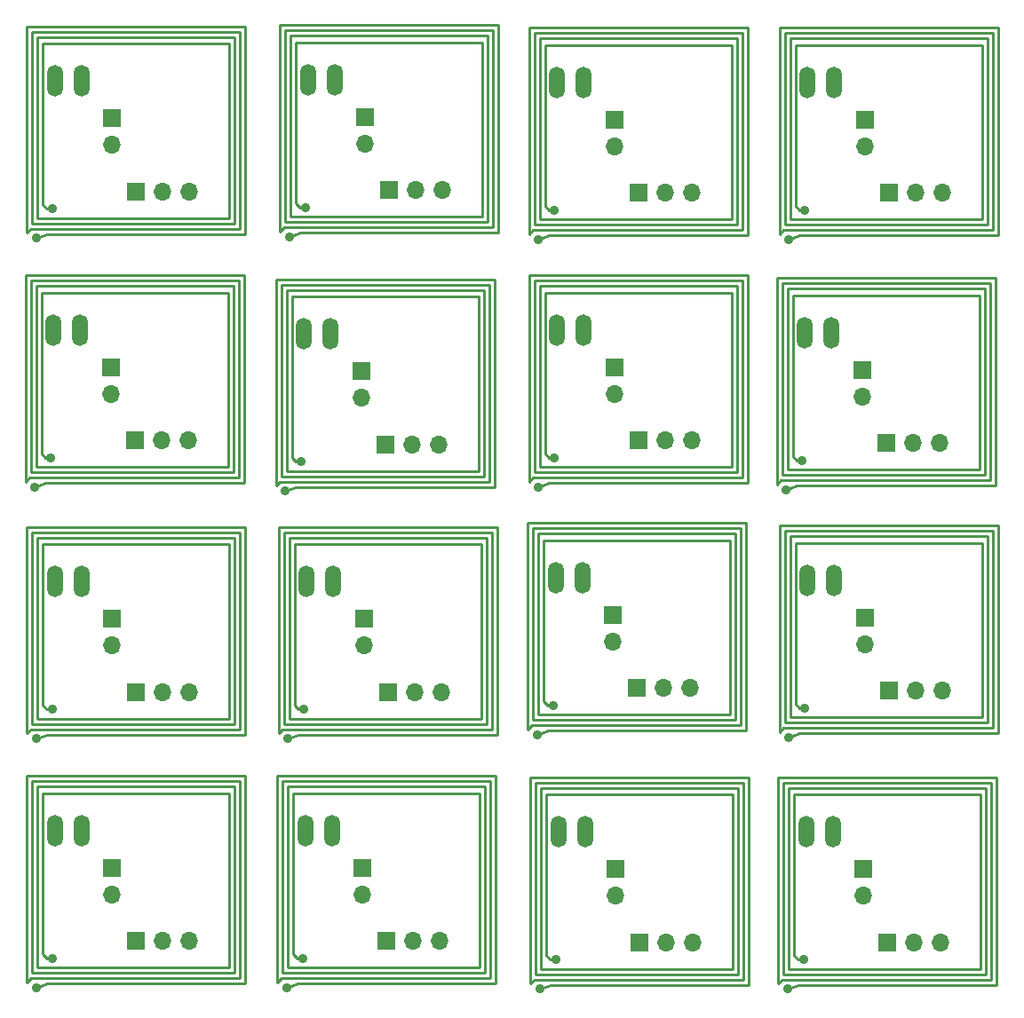
<source format=gbl>
G04 #@! TF.FileFunction,Copper,L2,Bot,Signal*
%FSLAX46Y46*%
G04 Gerber Fmt 4.6, Leading zero omitted, Abs format (unit mm)*
G04 Created by KiCad (PCBNEW 4.0.7) date Fri May 25 13:22:47 2018*
%MOMM*%
%LPD*%
G01*
G04 APERTURE LIST*
%ADD10C,0.150000*%
%ADD11O,1.510000X3.010000*%
%ADD12R,1.700000X1.700000*%
%ADD13O,1.700000X1.700000*%
%ADD14C,0.889000*%
%ADD15C,0.254000*%
G04 APERTURE END LIST*
D10*
D11*
X86487000Y-110363000D03*
X83947000Y-110363000D03*
D12*
X89408000Y-113919000D03*
D13*
X89408000Y-116459000D03*
D12*
X91694000Y-120904000D03*
D13*
X94234000Y-120904000D03*
X96774000Y-120904000D03*
D11*
X62357000Y-110236000D03*
X59817000Y-110236000D03*
D12*
X65278000Y-113792000D03*
D13*
X65278000Y-116332000D03*
D12*
X67564000Y-120777000D03*
D13*
X70104000Y-120777000D03*
X72644000Y-120777000D03*
D11*
X38481000Y-110236000D03*
X35941000Y-110236000D03*
D12*
X41402000Y-113792000D03*
D13*
X41402000Y-116332000D03*
D12*
X43688000Y-120777000D03*
D13*
X46228000Y-120777000D03*
X48768000Y-120777000D03*
D11*
X110236000Y-86360000D03*
X107696000Y-86360000D03*
D12*
X113157000Y-89916000D03*
D13*
X113157000Y-92456000D03*
D12*
X115443000Y-96901000D03*
D13*
X117983000Y-96901000D03*
X120523000Y-96901000D03*
D11*
X86233000Y-86106000D03*
X83693000Y-86106000D03*
D12*
X89154000Y-89662000D03*
D13*
X89154000Y-92202000D03*
D12*
X91440000Y-96647000D03*
D13*
X93980000Y-96647000D03*
X96520000Y-96647000D03*
D11*
X62484000Y-86487000D03*
X59944000Y-86487000D03*
D12*
X65405000Y-90043000D03*
D13*
X65405000Y-92583000D03*
D12*
X67691000Y-97028000D03*
D13*
X70231000Y-97028000D03*
X72771000Y-97028000D03*
D11*
X38481000Y-86487000D03*
X35941000Y-86487000D03*
D12*
X41402000Y-90043000D03*
D13*
X41402000Y-92583000D03*
D12*
X43688000Y-97028000D03*
D13*
X46228000Y-97028000D03*
X48768000Y-97028000D03*
D12*
X115316000Y-120904000D03*
D13*
X117856000Y-120904000D03*
X120396000Y-120904000D03*
D12*
X113030000Y-113919000D03*
D13*
X113030000Y-116459000D03*
D11*
X110109000Y-110363000D03*
X107569000Y-110363000D03*
D12*
X91567000Y-73025000D03*
D13*
X94107000Y-73025000D03*
X96647000Y-73025000D03*
D12*
X89281000Y-66040000D03*
D13*
X89281000Y-68580000D03*
D11*
X86360000Y-62484000D03*
X83820000Y-62484000D03*
D12*
X67437000Y-73406000D03*
D13*
X69977000Y-73406000D03*
X72517000Y-73406000D03*
D12*
X65151000Y-66421000D03*
D13*
X65151000Y-68961000D03*
D11*
X62230000Y-62865000D03*
X59690000Y-62865000D03*
D12*
X43561000Y-73025000D03*
D13*
X46101000Y-73025000D03*
X48641000Y-73025000D03*
D12*
X41275000Y-66040000D03*
D13*
X41275000Y-68580000D03*
D11*
X38354000Y-62484000D03*
X35814000Y-62484000D03*
D12*
X115443000Y-49403000D03*
D13*
X117983000Y-49403000D03*
X120523000Y-49403000D03*
D12*
X113157000Y-42418000D03*
D13*
X113157000Y-44958000D03*
D11*
X110236000Y-38862000D03*
X107696000Y-38862000D03*
D12*
X91567000Y-49403000D03*
D13*
X94107000Y-49403000D03*
X96647000Y-49403000D03*
D12*
X89281000Y-42418000D03*
D13*
X89281000Y-44958000D03*
D11*
X86360000Y-38862000D03*
X83820000Y-38862000D03*
X109982000Y-62738000D03*
X107442000Y-62738000D03*
D12*
X112903000Y-66294000D03*
D13*
X112903000Y-68834000D03*
D12*
X115189000Y-73279000D03*
D13*
X117729000Y-73279000D03*
X120269000Y-73279000D03*
D12*
X67818000Y-49149000D03*
D13*
X70358000Y-49149000D03*
X72898000Y-49149000D03*
D12*
X65532000Y-42164000D03*
D13*
X65532000Y-44704000D03*
D11*
X62611000Y-38608000D03*
X60071000Y-38608000D03*
X38481000Y-38735000D03*
X35941000Y-38735000D03*
D12*
X41402000Y-42291000D03*
D13*
X41402000Y-44831000D03*
D12*
X43688000Y-49276000D03*
D13*
X46228000Y-49276000D03*
X48768000Y-49276000D03*
D14*
X82169000Y-125349000D03*
X83693000Y-122555000D03*
X58039000Y-125222000D03*
X59563000Y-122428000D03*
X34163000Y-125222000D03*
X35687000Y-122428000D03*
X105918000Y-101346000D03*
X107442000Y-98552000D03*
X81915000Y-101092000D03*
X83439000Y-98298000D03*
X58166000Y-101473000D03*
X59690000Y-98679000D03*
X34163000Y-101473000D03*
X35687000Y-98679000D03*
X107315000Y-122555000D03*
X105791000Y-125349000D03*
X83566000Y-74676000D03*
X82042000Y-77470000D03*
X59436000Y-75057000D03*
X57912000Y-77851000D03*
X35560000Y-74676000D03*
X34036000Y-77470000D03*
X107442000Y-51054000D03*
X105918000Y-53848000D03*
X83566000Y-51054000D03*
X82042000Y-53848000D03*
X105664000Y-77724000D03*
X107188000Y-74930000D03*
X59817000Y-50800000D03*
X58293000Y-53594000D03*
X34163000Y-53721000D03*
X35687000Y-50927000D03*
D15*
X82169000Y-125349000D02*
X83185000Y-124968000D01*
X83185000Y-124968000D02*
X102108000Y-124968000D01*
X102108000Y-124968000D02*
X102108000Y-124841000D01*
X102108000Y-124841000D02*
X102108000Y-105156000D01*
X102108000Y-105156000D02*
X81280000Y-105156000D01*
X81280000Y-105156000D02*
X81280000Y-124841000D01*
X81280000Y-124841000D02*
X81661000Y-124460000D01*
X81661000Y-124460000D02*
X101600000Y-124460000D01*
X101600000Y-124460000D02*
X101600000Y-105664000D01*
X101600000Y-105664000D02*
X81788000Y-105664000D01*
X81788000Y-105664000D02*
X81788000Y-123952000D01*
X81788000Y-123952000D02*
X101092000Y-123952000D01*
X101092000Y-123952000D02*
X101092000Y-106172000D01*
X101092000Y-106172000D02*
X82296000Y-106172000D01*
X82296000Y-106172000D02*
X82296000Y-123444000D01*
X82296000Y-123444000D02*
X100584000Y-123444000D01*
X100584000Y-123444000D02*
X100584000Y-106807000D01*
X100584000Y-106807000D02*
X82804000Y-106807000D01*
X82804000Y-106807000D02*
X82804000Y-122174000D01*
X82804000Y-122174000D02*
X83185000Y-122555000D01*
X83185000Y-122555000D02*
X83693000Y-122555000D01*
X58039000Y-125222000D02*
X59055000Y-124841000D01*
X59055000Y-124841000D02*
X77978000Y-124841000D01*
X77978000Y-124841000D02*
X77978000Y-124714000D01*
X77978000Y-124714000D02*
X77978000Y-105029000D01*
X77978000Y-105029000D02*
X57150000Y-105029000D01*
X57150000Y-105029000D02*
X57150000Y-124714000D01*
X57150000Y-124714000D02*
X57531000Y-124333000D01*
X57531000Y-124333000D02*
X77470000Y-124333000D01*
X77470000Y-124333000D02*
X77470000Y-105537000D01*
X77470000Y-105537000D02*
X57658000Y-105537000D01*
X57658000Y-105537000D02*
X57658000Y-123825000D01*
X57658000Y-123825000D02*
X76962000Y-123825000D01*
X76962000Y-123825000D02*
X76962000Y-106045000D01*
X76962000Y-106045000D02*
X58166000Y-106045000D01*
X58166000Y-106045000D02*
X58166000Y-123317000D01*
X58166000Y-123317000D02*
X76454000Y-123317000D01*
X76454000Y-123317000D02*
X76454000Y-106680000D01*
X76454000Y-106680000D02*
X58674000Y-106680000D01*
X58674000Y-106680000D02*
X58674000Y-122047000D01*
X58674000Y-122047000D02*
X59055000Y-122428000D01*
X59055000Y-122428000D02*
X59563000Y-122428000D01*
X34163000Y-125222000D02*
X35179000Y-124841000D01*
X35179000Y-124841000D02*
X54102000Y-124841000D01*
X54102000Y-124841000D02*
X54102000Y-124714000D01*
X54102000Y-124714000D02*
X54102000Y-105029000D01*
X54102000Y-105029000D02*
X33274000Y-105029000D01*
X33274000Y-105029000D02*
X33274000Y-124714000D01*
X33274000Y-124714000D02*
X33655000Y-124333000D01*
X33655000Y-124333000D02*
X53594000Y-124333000D01*
X53594000Y-124333000D02*
X53594000Y-105537000D01*
X53594000Y-105537000D02*
X33782000Y-105537000D01*
X33782000Y-105537000D02*
X33782000Y-123825000D01*
X33782000Y-123825000D02*
X53086000Y-123825000D01*
X53086000Y-123825000D02*
X53086000Y-106045000D01*
X53086000Y-106045000D02*
X34290000Y-106045000D01*
X34290000Y-106045000D02*
X34290000Y-123317000D01*
X34290000Y-123317000D02*
X52578000Y-123317000D01*
X52578000Y-123317000D02*
X52578000Y-106680000D01*
X52578000Y-106680000D02*
X34798000Y-106680000D01*
X34798000Y-106680000D02*
X34798000Y-122047000D01*
X34798000Y-122047000D02*
X35179000Y-122428000D01*
X35179000Y-122428000D02*
X35687000Y-122428000D01*
X105918000Y-101346000D02*
X106934000Y-100965000D01*
X106934000Y-100965000D02*
X125857000Y-100965000D01*
X125857000Y-100965000D02*
X125857000Y-100838000D01*
X125857000Y-100838000D02*
X125857000Y-81153000D01*
X125857000Y-81153000D02*
X105029000Y-81153000D01*
X105029000Y-81153000D02*
X105029000Y-100838000D01*
X105029000Y-100838000D02*
X105410000Y-100457000D01*
X105410000Y-100457000D02*
X125349000Y-100457000D01*
X125349000Y-100457000D02*
X125349000Y-81661000D01*
X125349000Y-81661000D02*
X105537000Y-81661000D01*
X105537000Y-81661000D02*
X105537000Y-99949000D01*
X105537000Y-99949000D02*
X124841000Y-99949000D01*
X124841000Y-99949000D02*
X124841000Y-82169000D01*
X124841000Y-82169000D02*
X106045000Y-82169000D01*
X106045000Y-82169000D02*
X106045000Y-99441000D01*
X106045000Y-99441000D02*
X124333000Y-99441000D01*
X124333000Y-99441000D02*
X124333000Y-82804000D01*
X124333000Y-82804000D02*
X106553000Y-82804000D01*
X106553000Y-82804000D02*
X106553000Y-98171000D01*
X106553000Y-98171000D02*
X106934000Y-98552000D01*
X106934000Y-98552000D02*
X107442000Y-98552000D01*
X81915000Y-101092000D02*
X82931000Y-100711000D01*
X82931000Y-100711000D02*
X101854000Y-100711000D01*
X101854000Y-100711000D02*
X101854000Y-100584000D01*
X101854000Y-100584000D02*
X101854000Y-80899000D01*
X101854000Y-80899000D02*
X81026000Y-80899000D01*
X81026000Y-80899000D02*
X81026000Y-100584000D01*
X81026000Y-100584000D02*
X81407000Y-100203000D01*
X81407000Y-100203000D02*
X101346000Y-100203000D01*
X101346000Y-100203000D02*
X101346000Y-81407000D01*
X101346000Y-81407000D02*
X81534000Y-81407000D01*
X81534000Y-81407000D02*
X81534000Y-99695000D01*
X81534000Y-99695000D02*
X100838000Y-99695000D01*
X100838000Y-99695000D02*
X100838000Y-81915000D01*
X100838000Y-81915000D02*
X82042000Y-81915000D01*
X82042000Y-81915000D02*
X82042000Y-99187000D01*
X82042000Y-99187000D02*
X100330000Y-99187000D01*
X100330000Y-99187000D02*
X100330000Y-82550000D01*
X100330000Y-82550000D02*
X82550000Y-82550000D01*
X82550000Y-82550000D02*
X82550000Y-97917000D01*
X82550000Y-97917000D02*
X82931000Y-98298000D01*
X82931000Y-98298000D02*
X83439000Y-98298000D01*
X58166000Y-101473000D02*
X59182000Y-101092000D01*
X59182000Y-101092000D02*
X78105000Y-101092000D01*
X78105000Y-101092000D02*
X78105000Y-100965000D01*
X78105000Y-100965000D02*
X78105000Y-81280000D01*
X78105000Y-81280000D02*
X57277000Y-81280000D01*
X57277000Y-81280000D02*
X57277000Y-100965000D01*
X57277000Y-100965000D02*
X57658000Y-100584000D01*
X57658000Y-100584000D02*
X77597000Y-100584000D01*
X77597000Y-100584000D02*
X77597000Y-81788000D01*
X77597000Y-81788000D02*
X57785000Y-81788000D01*
X57785000Y-81788000D02*
X57785000Y-100076000D01*
X57785000Y-100076000D02*
X77089000Y-100076000D01*
X77089000Y-100076000D02*
X77089000Y-82296000D01*
X77089000Y-82296000D02*
X58293000Y-82296000D01*
X58293000Y-82296000D02*
X58293000Y-99568000D01*
X58293000Y-99568000D02*
X76581000Y-99568000D01*
X76581000Y-99568000D02*
X76581000Y-82931000D01*
X76581000Y-82931000D02*
X58801000Y-82931000D01*
X58801000Y-82931000D02*
X58801000Y-98298000D01*
X58801000Y-98298000D02*
X59182000Y-98679000D01*
X59182000Y-98679000D02*
X59690000Y-98679000D01*
X34163000Y-101473000D02*
X35179000Y-101092000D01*
X35179000Y-101092000D02*
X54102000Y-101092000D01*
X54102000Y-101092000D02*
X54102000Y-100965000D01*
X54102000Y-100965000D02*
X54102000Y-81280000D01*
X54102000Y-81280000D02*
X33274000Y-81280000D01*
X33274000Y-81280000D02*
X33274000Y-100965000D01*
X33274000Y-100965000D02*
X33655000Y-100584000D01*
X33655000Y-100584000D02*
X53594000Y-100584000D01*
X53594000Y-100584000D02*
X53594000Y-81788000D01*
X53594000Y-81788000D02*
X33782000Y-81788000D01*
X33782000Y-81788000D02*
X33782000Y-100076000D01*
X33782000Y-100076000D02*
X53086000Y-100076000D01*
X53086000Y-100076000D02*
X53086000Y-82296000D01*
X53086000Y-82296000D02*
X34290000Y-82296000D01*
X34290000Y-82296000D02*
X34290000Y-99568000D01*
X34290000Y-99568000D02*
X52578000Y-99568000D01*
X52578000Y-99568000D02*
X52578000Y-82931000D01*
X52578000Y-82931000D02*
X34798000Y-82931000D01*
X34798000Y-82931000D02*
X34798000Y-98298000D01*
X34798000Y-98298000D02*
X35179000Y-98679000D01*
X35179000Y-98679000D02*
X35687000Y-98679000D01*
X106807000Y-122555000D02*
X107315000Y-122555000D01*
X106426000Y-122174000D02*
X106807000Y-122555000D01*
X106426000Y-106807000D02*
X106426000Y-122174000D01*
X124206000Y-106807000D02*
X106426000Y-106807000D01*
X124206000Y-123444000D02*
X124206000Y-106807000D01*
X105918000Y-123444000D02*
X124206000Y-123444000D01*
X105918000Y-106172000D02*
X105918000Y-123444000D01*
X124714000Y-106172000D02*
X105918000Y-106172000D01*
X124714000Y-123952000D02*
X124714000Y-106172000D01*
X105410000Y-123952000D02*
X124714000Y-123952000D01*
X105410000Y-105664000D02*
X105410000Y-123952000D01*
X125222000Y-105664000D02*
X105410000Y-105664000D01*
X125222000Y-124460000D02*
X125222000Y-105664000D01*
X105283000Y-124460000D02*
X125222000Y-124460000D01*
X104902000Y-124841000D02*
X105283000Y-124460000D01*
X104902000Y-105156000D02*
X104902000Y-124841000D01*
X125730000Y-105156000D02*
X104902000Y-105156000D01*
X125730000Y-124841000D02*
X125730000Y-105156000D01*
X125730000Y-124968000D02*
X125730000Y-124841000D01*
X106807000Y-124968000D02*
X125730000Y-124968000D01*
X105791000Y-125349000D02*
X106807000Y-124968000D01*
X83058000Y-74676000D02*
X83566000Y-74676000D01*
X82677000Y-74295000D02*
X83058000Y-74676000D01*
X82677000Y-58928000D02*
X82677000Y-74295000D01*
X100457000Y-58928000D02*
X82677000Y-58928000D01*
X100457000Y-75565000D02*
X100457000Y-58928000D01*
X82169000Y-75565000D02*
X100457000Y-75565000D01*
X82169000Y-58293000D02*
X82169000Y-75565000D01*
X100965000Y-58293000D02*
X82169000Y-58293000D01*
X100965000Y-76073000D02*
X100965000Y-58293000D01*
X81661000Y-76073000D02*
X100965000Y-76073000D01*
X81661000Y-57785000D02*
X81661000Y-76073000D01*
X101473000Y-57785000D02*
X81661000Y-57785000D01*
X101473000Y-76581000D02*
X101473000Y-57785000D01*
X81534000Y-76581000D02*
X101473000Y-76581000D01*
X81153000Y-76962000D02*
X81534000Y-76581000D01*
X81153000Y-57277000D02*
X81153000Y-76962000D01*
X101981000Y-57277000D02*
X81153000Y-57277000D01*
X101981000Y-76962000D02*
X101981000Y-57277000D01*
X101981000Y-77089000D02*
X101981000Y-76962000D01*
X83058000Y-77089000D02*
X101981000Y-77089000D01*
X82042000Y-77470000D02*
X83058000Y-77089000D01*
X58928000Y-75057000D02*
X59436000Y-75057000D01*
X58547000Y-74676000D02*
X58928000Y-75057000D01*
X58547000Y-59309000D02*
X58547000Y-74676000D01*
X76327000Y-59309000D02*
X58547000Y-59309000D01*
X76327000Y-75946000D02*
X76327000Y-59309000D01*
X58039000Y-75946000D02*
X76327000Y-75946000D01*
X58039000Y-58674000D02*
X58039000Y-75946000D01*
X76835000Y-58674000D02*
X58039000Y-58674000D01*
X76835000Y-76454000D02*
X76835000Y-58674000D01*
X57531000Y-76454000D02*
X76835000Y-76454000D01*
X57531000Y-58166000D02*
X57531000Y-76454000D01*
X77343000Y-58166000D02*
X57531000Y-58166000D01*
X77343000Y-76962000D02*
X77343000Y-58166000D01*
X57404000Y-76962000D02*
X77343000Y-76962000D01*
X57023000Y-77343000D02*
X57404000Y-76962000D01*
X57023000Y-57658000D02*
X57023000Y-77343000D01*
X77851000Y-57658000D02*
X57023000Y-57658000D01*
X77851000Y-77343000D02*
X77851000Y-57658000D01*
X77851000Y-77470000D02*
X77851000Y-77343000D01*
X58928000Y-77470000D02*
X77851000Y-77470000D01*
X57912000Y-77851000D02*
X58928000Y-77470000D01*
X35052000Y-74676000D02*
X35560000Y-74676000D01*
X34671000Y-74295000D02*
X35052000Y-74676000D01*
X34671000Y-58928000D02*
X34671000Y-74295000D01*
X52451000Y-58928000D02*
X34671000Y-58928000D01*
X52451000Y-75565000D02*
X52451000Y-58928000D01*
X34163000Y-75565000D02*
X52451000Y-75565000D01*
X34163000Y-58293000D02*
X34163000Y-75565000D01*
X52959000Y-58293000D02*
X34163000Y-58293000D01*
X52959000Y-76073000D02*
X52959000Y-58293000D01*
X33655000Y-76073000D02*
X52959000Y-76073000D01*
X33655000Y-57785000D02*
X33655000Y-76073000D01*
X53467000Y-57785000D02*
X33655000Y-57785000D01*
X53467000Y-76581000D02*
X53467000Y-57785000D01*
X33528000Y-76581000D02*
X53467000Y-76581000D01*
X33147000Y-76962000D02*
X33528000Y-76581000D01*
X33147000Y-57277000D02*
X33147000Y-76962000D01*
X53975000Y-57277000D02*
X33147000Y-57277000D01*
X53975000Y-76962000D02*
X53975000Y-57277000D01*
X53975000Y-77089000D02*
X53975000Y-76962000D01*
X35052000Y-77089000D02*
X53975000Y-77089000D01*
X34036000Y-77470000D02*
X35052000Y-77089000D01*
X106934000Y-51054000D02*
X107442000Y-51054000D01*
X106553000Y-50673000D02*
X106934000Y-51054000D01*
X106553000Y-35306000D02*
X106553000Y-50673000D01*
X124333000Y-35306000D02*
X106553000Y-35306000D01*
X124333000Y-51943000D02*
X124333000Y-35306000D01*
X106045000Y-51943000D02*
X124333000Y-51943000D01*
X106045000Y-34671000D02*
X106045000Y-51943000D01*
X124841000Y-34671000D02*
X106045000Y-34671000D01*
X124841000Y-52451000D02*
X124841000Y-34671000D01*
X105537000Y-52451000D02*
X124841000Y-52451000D01*
X105537000Y-34163000D02*
X105537000Y-52451000D01*
X125349000Y-34163000D02*
X105537000Y-34163000D01*
X125349000Y-52959000D02*
X125349000Y-34163000D01*
X105410000Y-52959000D02*
X125349000Y-52959000D01*
X105029000Y-53340000D02*
X105410000Y-52959000D01*
X105029000Y-33655000D02*
X105029000Y-53340000D01*
X125857000Y-33655000D02*
X105029000Y-33655000D01*
X125857000Y-53340000D02*
X125857000Y-33655000D01*
X125857000Y-53467000D02*
X125857000Y-53340000D01*
X106934000Y-53467000D02*
X125857000Y-53467000D01*
X105918000Y-53848000D02*
X106934000Y-53467000D01*
X83058000Y-51054000D02*
X83566000Y-51054000D01*
X82677000Y-50673000D02*
X83058000Y-51054000D01*
X82677000Y-35306000D02*
X82677000Y-50673000D01*
X100457000Y-35306000D02*
X82677000Y-35306000D01*
X100457000Y-51943000D02*
X100457000Y-35306000D01*
X82169000Y-51943000D02*
X100457000Y-51943000D01*
X82169000Y-34671000D02*
X82169000Y-51943000D01*
X100965000Y-34671000D02*
X82169000Y-34671000D01*
X100965000Y-52451000D02*
X100965000Y-34671000D01*
X81661000Y-52451000D02*
X100965000Y-52451000D01*
X81661000Y-34163000D02*
X81661000Y-52451000D01*
X101473000Y-34163000D02*
X81661000Y-34163000D01*
X101473000Y-52959000D02*
X101473000Y-34163000D01*
X81534000Y-52959000D02*
X101473000Y-52959000D01*
X81153000Y-53340000D02*
X81534000Y-52959000D01*
X81153000Y-33655000D02*
X81153000Y-53340000D01*
X101981000Y-33655000D02*
X81153000Y-33655000D01*
X101981000Y-53340000D02*
X101981000Y-33655000D01*
X101981000Y-53467000D02*
X101981000Y-53340000D01*
X83058000Y-53467000D02*
X101981000Y-53467000D01*
X82042000Y-53848000D02*
X83058000Y-53467000D01*
X105664000Y-77724000D02*
X106680000Y-77343000D01*
X106680000Y-77343000D02*
X125603000Y-77343000D01*
X125603000Y-77343000D02*
X125603000Y-77216000D01*
X125603000Y-77216000D02*
X125603000Y-57531000D01*
X125603000Y-57531000D02*
X104775000Y-57531000D01*
X104775000Y-57531000D02*
X104775000Y-77216000D01*
X104775000Y-77216000D02*
X105156000Y-76835000D01*
X105156000Y-76835000D02*
X125095000Y-76835000D01*
X125095000Y-76835000D02*
X125095000Y-58039000D01*
X125095000Y-58039000D02*
X105283000Y-58039000D01*
X105283000Y-58039000D02*
X105283000Y-76327000D01*
X105283000Y-76327000D02*
X124587000Y-76327000D01*
X124587000Y-76327000D02*
X124587000Y-58547000D01*
X124587000Y-58547000D02*
X105791000Y-58547000D01*
X105791000Y-58547000D02*
X105791000Y-75819000D01*
X105791000Y-75819000D02*
X124079000Y-75819000D01*
X124079000Y-75819000D02*
X124079000Y-59182000D01*
X124079000Y-59182000D02*
X106299000Y-59182000D01*
X106299000Y-59182000D02*
X106299000Y-74549000D01*
X106299000Y-74549000D02*
X106680000Y-74930000D01*
X106680000Y-74930000D02*
X107188000Y-74930000D01*
X59309000Y-50800000D02*
X59817000Y-50800000D01*
X58928000Y-50419000D02*
X59309000Y-50800000D01*
X58928000Y-35052000D02*
X58928000Y-50419000D01*
X76708000Y-35052000D02*
X58928000Y-35052000D01*
X76708000Y-51689000D02*
X76708000Y-35052000D01*
X58420000Y-51689000D02*
X76708000Y-51689000D01*
X58420000Y-34417000D02*
X58420000Y-51689000D01*
X77216000Y-34417000D02*
X58420000Y-34417000D01*
X77216000Y-52197000D02*
X77216000Y-34417000D01*
X57912000Y-52197000D02*
X77216000Y-52197000D01*
X57912000Y-33909000D02*
X57912000Y-52197000D01*
X77724000Y-33909000D02*
X57912000Y-33909000D01*
X77724000Y-52705000D02*
X77724000Y-33909000D01*
X57785000Y-52705000D02*
X77724000Y-52705000D01*
X57404000Y-53086000D02*
X57785000Y-52705000D01*
X57404000Y-33401000D02*
X57404000Y-53086000D01*
X78232000Y-33401000D02*
X57404000Y-33401000D01*
X78232000Y-53086000D02*
X78232000Y-33401000D01*
X78232000Y-53213000D02*
X78232000Y-53086000D01*
X59309000Y-53213000D02*
X78232000Y-53213000D01*
X58293000Y-53594000D02*
X59309000Y-53213000D01*
X34163000Y-53721000D02*
X35179000Y-53340000D01*
X35179000Y-53340000D02*
X54102000Y-53340000D01*
X54102000Y-53340000D02*
X54102000Y-53213000D01*
X54102000Y-53213000D02*
X54102000Y-33528000D01*
X54102000Y-33528000D02*
X33274000Y-33528000D01*
X33274000Y-33528000D02*
X33274000Y-53213000D01*
X33274000Y-53213000D02*
X33655000Y-52832000D01*
X33655000Y-52832000D02*
X53594000Y-52832000D01*
X53594000Y-52832000D02*
X53594000Y-34036000D01*
X53594000Y-34036000D02*
X33782000Y-34036000D01*
X33782000Y-34036000D02*
X33782000Y-52324000D01*
X33782000Y-52324000D02*
X53086000Y-52324000D01*
X53086000Y-52324000D02*
X53086000Y-34544000D01*
X53086000Y-34544000D02*
X34290000Y-34544000D01*
X34290000Y-34544000D02*
X34290000Y-51816000D01*
X34290000Y-51816000D02*
X52578000Y-51816000D01*
X52578000Y-51816000D02*
X52578000Y-35179000D01*
X52578000Y-35179000D02*
X34798000Y-35179000D01*
X34798000Y-35179000D02*
X34798000Y-50546000D01*
X34798000Y-50546000D02*
X35179000Y-50927000D01*
X35179000Y-50927000D02*
X35687000Y-50927000D01*
M02*

</source>
